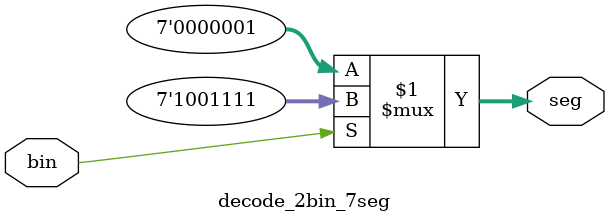
<source format=v>
`timescale 1ns / 1ps

module decode_2bin_7seg (
    input bin,
    output [6:0] seg
);
    
    assign seg = bin ? 7'b1001111 : 7'b0000001 ;
    
endmodule

</source>
